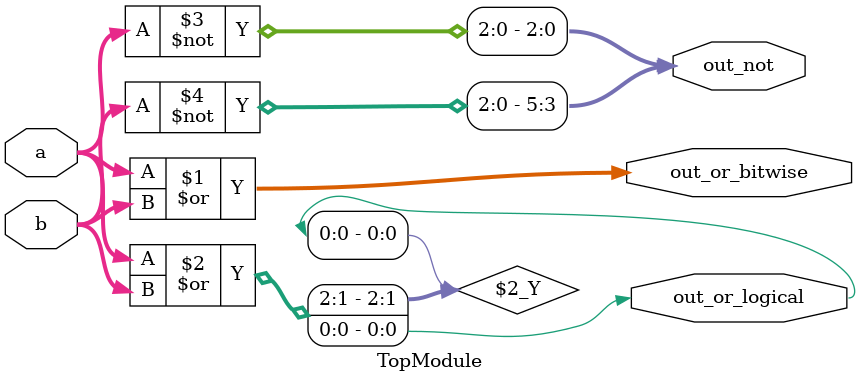
<source format=sv>

module TopModule (
  input [2:0] a,
  input [2:0] b,
  output [2:0] out_or_bitwise,
  output out_or_logical,
  output [5:0] out_not
);

  // Compute bitwise OR of two vectors
  assign out_or_bitwise = a | b;

  // Compute logical OR of two vectors
  assign out_or_logical = $unsigned(a) | $unsigned(b);

  // Compute inverse (NOT) of vector a and store in lower half of out_not
  assign out_not[2:0] = ~a;

  // Compute inverse (NOT) of vector b and store in upper half of out_not
  assign out_not[5:3] = ~b;

endmodule

// VERILOG-EVAL: errant inclusion of module definition

</source>
